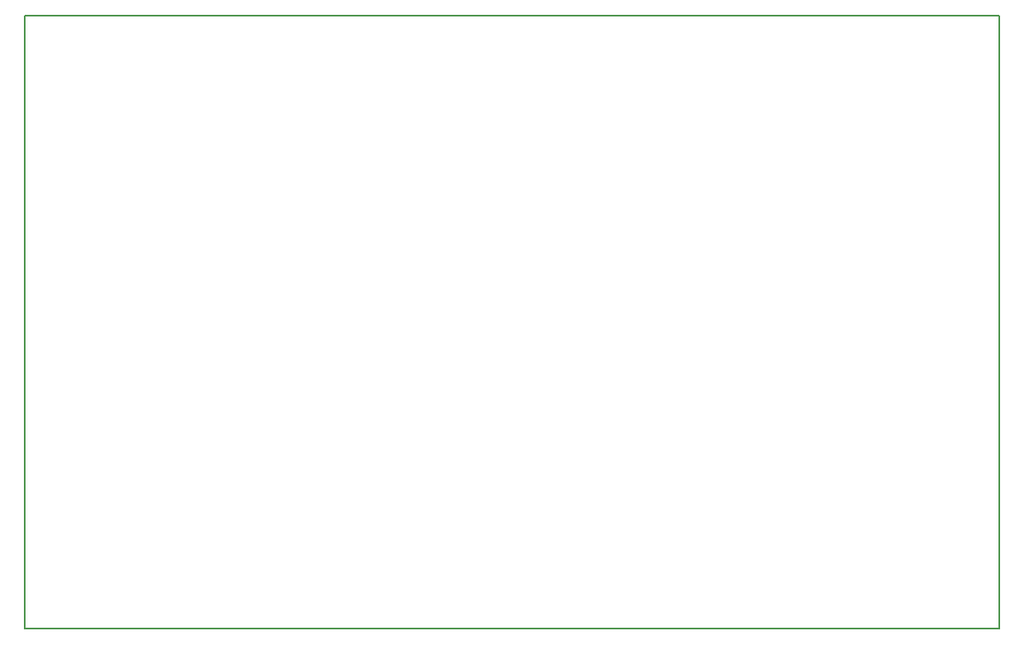
<source format=gbr>
G04 #@! TF.FileFunction,Profile,NP*
%FSLAX46Y46*%
G04 Gerber Fmt 4.6, Leading zero omitted, Abs format (unit mm)*
G04 Created by KiCad (PCBNEW 4.0.5-e0-6337~49~ubuntu16.04.1) date Sun Apr  9 14:57:13 2017*
%MOMM*%
%LPD*%
G01*
G04 APERTURE LIST*
%ADD10C,0.100000*%
%ADD11C,0.150000*%
G04 APERTURE END LIST*
D10*
D11*
X150000000Y-113000000D02*
X150000000Y-50000000D01*
X50000000Y-113000000D02*
X150000000Y-113000000D01*
X50000000Y-50000000D02*
X150000000Y-50000000D01*
X50000000Y-50000000D02*
X50000000Y-113000000D01*
M02*

</source>
